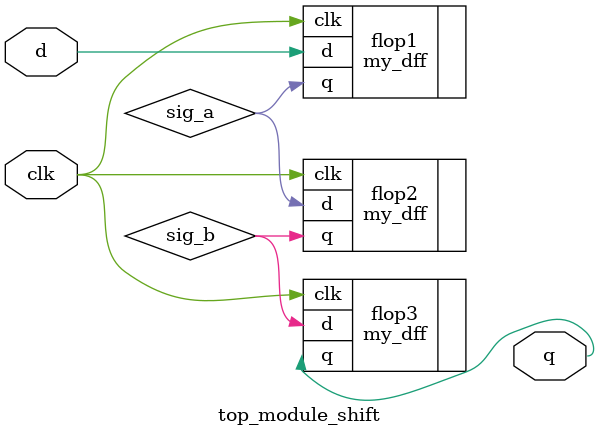
<source format=v>
module top_module_shift ( input clk, input d, output q );

    wire sig_a, sig_b;

    my_dff flop1(
        .clk(clk),
        .d(d),
        .q(sig_a)
    );

    my_dff flop2(
        .clk(clk),
        .d(sig_a),
        .q(sig_b)
    );

    my_dff flop3(
        .clk(clk),
        .d(sig_b),
        .q(q)
    );

endmodule
</source>
